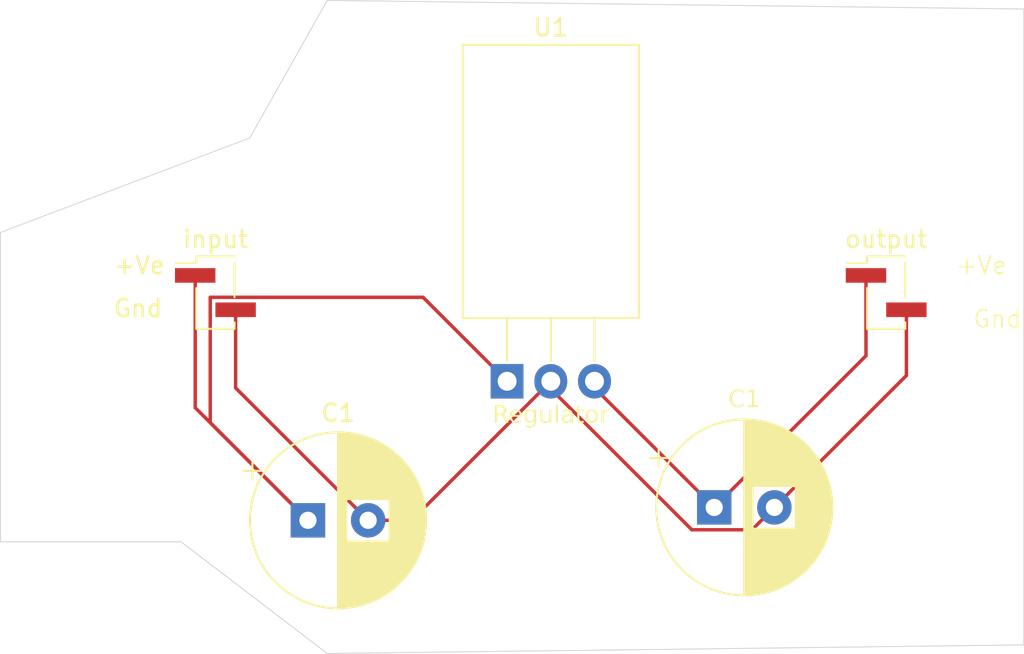
<source format=kicad_pcb>
(kicad_pcb (version 20241229) (generator "pcbnew") (generator_version "9.0")
  (layers (0 "F.Cu" signal) (2 "B.Cu" signal) (13 "F.Paste" user) (15 "B.Paste" user) (5 "F.SilkS" user "F.Silkscreen") (7 "B.SilkS" user "B.Silkscreen") (1 "F.Mask" user) (3 "B.Mask" user) (25 "Edge.Cuts" user))
  (net 0 "")
  (net 1 "Net-(J1-Pin_1)")
  (net 2 "Net-(J1-Pin_2)")
  (net 3 "Net-(J2-Pin_1)")
  (footprint "Connector_PinHeader_2.00mm:PinHeader_1x02_P2.00mm_Vertical_SMD_Pin1Left" (layer "F.Cu") (at 161 54.5)
    (property "Reference" "output" (at 0 -3.11 0) (layer "F.SilkS"))
    (property "Value" "Conn_01x02")
    (fp_line (start -1.11 -2.11) (end -1.11 -1.735) (stroke (width 0.12)) (layer "F.SilkS"))
    (fp_line (start -1.11 -2.11) (end 1.11 -2.11) (stroke (width 0.12)) (layer "F.SilkS"))
    (fp_line (start -1.11 -1.735) (end -2.29 -1.735) (stroke (width 0.12)) (layer "F.SilkS"))
    (fp_line (start -1.11 -0.265) (end -1.11 2.11) (stroke (width 0.12)) (layer "F.SilkS"))
    (fp_line (start -1.11 2.11) (end 1.11 2.11) (stroke (width 0.12)) (layer "F.SilkS"))
    (fp_line (start 1.11 -1.735) (end 1.11 0.265) (stroke (width 0.12)) (layer "F.SilkS"))
    (fp_line (start 1.11 1.735) (end 1.11 2.11) (stroke (width 0.12)) (layer "F.SilkS"))
    (pad "1" smd rect (at -1.175 -1) (size 2.35 0.85) (layers "F.Cu" "F.Mask" "F.Paste") (net 3 "Net-(J2-Pin_1)"))
    (pad "2" smd rect (at 1.175 1) (size 2.35 0.85) (layers "F.Cu" "F.Mask" "F.Paste") (net 2 "Net-(J1-Pin_2)"))
  )
  (footprint "Package_TO_SOT_THT:TO-220-3_Horizontal_TabDown" (layer "F.Cu") (at 138.96 59.66)
    (property "Reference" "U1" (at 2.54 -20.58 0) (layer "F.SilkS"))
    (property "Value" "Regulator" (at 2.54 2 0) (layer "F.SilkS"))
    (fp_line (start -2.58 -19.58) (end -2.58 -3.69) (stroke (width 0.12)) (layer "F.SilkS"))
    (fp_line (start -2.58 -19.58) (end 7.66 -19.58) (stroke (width 0.12)) (layer "F.SilkS"))
    (fp_line (start -2.58 -3.69) (end 7.66 -3.69) (stroke (width 0.12)) (layer "F.SilkS"))
    (fp_line (start 0 -3.69) (end 0 -1.15) (stroke (width 0.12)) (layer "F.SilkS"))
    (fp_line (start 2.54 -3.69) (end 2.54 -1.15) (stroke (width 0.12)) (layer "F.SilkS"))
    (fp_line (start 5.08 -3.69) (end 5.08 -1.15) (stroke (width 0.12)) (layer "F.SilkS"))
    (fp_line (start 7.66 -19.58) (end 7.66 -3.69) (stroke (width 0.12)) (layer "F.SilkS"))
    (pad "" np_thru_hole circle (at 2.54 -16.66) (size 3.5 3.5) (drill 3.5) (layers "*.Cu" "*.Mask"))
    (pad "1" thru_hole rect (at 0 0) (size 1.905 2) (drill 1.1) (layers "*.Cu" "*.Mask") (net 1 "Net-(J1-Pin_1)"))
    (pad "2" thru_hole oval (at 2.54 0) (size 1.905 2) (drill 1.1) (layers "*.Cu" "*.Mask") (net 2 "Net-(J1-Pin_2)"))
    (pad "3" thru_hole oval (at 5.08 0) (size 1.905 2) (drill 1.1) (layers "*.Cu" "*.Mask") (net 3 "Net-(J2-Pin_1)"))
  )
  (footprint "Capacitor_THT:CP_Radial_D10.0mm_P3.50mm" (layer "F.Cu") (at 127.379646 67.75)
    (property "Reference" "C1" (at 1.75 -6.25 0) (layer "F.SilkS"))
    (property "Value" "0.33µF")
    (fp_line (start -3.729646 -2.875) (end -2.729646 -2.875) (stroke (width 0.12)) (layer "F.SilkS"))
    (fp_line (start -3.229646 -3.375) (end -3.229646 -2.375) (stroke (width 0.12)) (layer "F.SilkS"))
    (fp_line (start 1.75 -5.08) (end 1.75 5.08) (stroke (width 0.12)) (layer "F.SilkS"))
    (fp_line (start 1.79 -5.08) (end 1.79 5.08) (stroke (width 0.12)) (layer "F.SilkS"))
    (fp_line (start 1.83 -5.079) (end 1.83 5.079) (stroke (width 0.12)) (layer "F.SilkS"))
    (fp_line (start 1.87 -5.079) (end 1.87 5.079) (stroke (width 0.12)) (layer "F.SilkS"))
    (fp_line (start 1.91 -5.077) (end 1.91 5.077) (stroke (width 0.12)) (layer "F.SilkS"))
    (fp_line (start 1.95 -5.076) (end 1.95 5.076) (stroke (width 0.12)) (layer "F.SilkS"))
    (fp_line (start 1.99 -5.074) (end 1.99 5.074) (stroke (width 0.12)) (layer "F.SilkS"))
    (fp_line (start 2.03 -5.072) (end 2.03 5.072) (stroke (width 0.12)) (layer "F.SilkS"))
    (fp_line (start 2.07 -5.07) (end 2.07 5.07) (stroke (width 0.12)) (layer "F.SilkS"))
    (fp_line (start 2.11 -5.067) (end 2.11 5.067) (stroke (width 0.12)) (layer "F.SilkS"))
    (fp_line (start 2.15 -5.064) (end 2.15 5.064) (stroke (width 0.12)) (layer "F.SilkS"))
    (fp_line (start 2.19 -5.061) (end 2.19 5.061) (stroke (width 0.12)) (layer "F.SilkS"))
    (fp_line (start 2.23 -5.057) (end 2.23 5.057) (stroke (width 0.12)) (layer "F.SilkS"))
    (fp_line (start 2.27 -5.054) (end 2.27 -1.24) (stroke (width 0.12)) (layer "F.SilkS"))
    (fp_line (start 2.27 1.24) (end 2.27 5.054) (stroke (width 0.12)) (layer "F.SilkS"))
    (fp_line (start 2.31 -5.049) (end 2.31 -1.24) (stroke (width 0.12)) (layer "F.SilkS"))
    (fp_line (start 2.31 1.24) (end 2.31 5.049) (stroke (width 0.12)) (layer "F.SilkS"))
    (fp_line (start 2.35 -5.045) (end 2.35 -1.24) (stroke (width 0.12)) (layer "F.SilkS"))
    (fp_line (start 2.35 1.24) (end 2.35 5.045) (stroke (width 0.12)) (layer "F.SilkS"))
    (fp_line (start 2.39 -5.04) (end 2.39 -1.24) (stroke (width 0.12)) (layer "F.SilkS"))
    (fp_line (start 2.39 1.24) (end 2.39 5.04) (stroke (width 0.12)) (layer "F.SilkS"))
    (fp_line (start 2.43 -5.035) (end 2.43 -1.24) (stroke (width 0.12)) (layer "F.SilkS"))
    (fp_line (start 2.43 1.24) (end 2.43 5.035) (stroke (width 0.12)) (layer "F.SilkS"))
    (fp_line (start 2.47 -5.029) (end 2.47 -1.24) (stroke (width 0.12)) (layer "F.SilkS"))
    (fp_line (start 2.47 1.24) (end 2.47 5.029) (stroke (width 0.12)) (layer "F.SilkS"))
    (fp_line (start 2.51 -5.023) (end 2.51 -1.24) (stroke (width 0.12)) (layer "F.SilkS"))
    (fp_line (start 2.51 1.24) (end 2.51 5.023) (stroke (width 0.12)) (layer "F.SilkS"))
    (fp_line (start 2.55 -5.017) (end 2.55 -1.24) (stroke (width 0.12)) (layer "F.SilkS"))
    (fp_line (start 2.55 1.24) (end 2.55 5.017) (stroke (width 0.12)) (layer "F.SilkS"))
    (fp_line (start 2.59 -5.011) (end 2.59 -1.24) (stroke (width 0.12)) (layer "F.SilkS"))
    (fp_line (start 2.59 1.24) (end 2.59 5.011) (stroke (width 0.12)) (layer "F.SilkS"))
    (fp_line (start 2.63 -5.004) (end 2.63 -1.24) (stroke (width 0.12)) (layer "F.SilkS"))
    (fp_line (start 2.63 1.24) (end 2.63 5.004) (stroke (width 0.12)) (layer "F.SilkS"))
    (fp_line (start 2.67 -4.997) (end 2.67 -1.24) (stroke (width 0.12)) (layer "F.SilkS"))
    (fp_line (start 2.67 1.24) (end 2.67 4.997) (stroke (width 0.12)) (layer "F.SilkS"))
    (fp_line (start 2.71 -4.989) (end 2.71 -1.24) (stroke (width 0.12)) (layer "F.SilkS"))
    (fp_line (start 2.71 1.24) (end 2.71 4.989) (stroke (width 0.12)) (layer "F.SilkS"))
    (fp_line (start 2.75 -4.981) (end 2.75 -1.24) (stroke (width 0.12)) (layer "F.SilkS"))
    (fp_line (start 2.75 1.24) (end 2.75 4.981) (stroke (width 0.12)) (layer "F.SilkS"))
    (fp_line (start 2.79 -4.973) (end 2.79 -1.24) (stroke (width 0.12)) (layer "F.SilkS"))
    (fp_line (start 2.79 1.24) (end 2.79 4.973) (stroke (width 0.12)) (layer "F.SilkS"))
    (fp_line (start 2.83 -4.965) (end 2.83 -1.24) (stroke (width 0.12)) (layer "F.SilkS"))
    (fp_line (start 2.83 1.24) (end 2.83 4.965) (stroke (width 0.12)) (layer "F.SilkS"))
    (fp_line (start 2.87 -4.956) (end 2.87 -1.24) (stroke (width 0.12)) (layer "F.SilkS"))
    (fp_line (start 2.87 1.24) (end 2.87 4.956) (stroke (width 0.12)) (layer "F.SilkS"))
    (fp_line (start 2.91 -4.947) (end 2.91 -1.24) (stroke (width 0.12)) (layer "F.SilkS"))
    (fp_line (start 2.91 1.24) (end 2.91 4.947) (stroke (width 0.12)) (layer "F.SilkS"))
    (fp_line (start 2.95 -4.937) (end 2.95 -1.24) (stroke (width 0.12)) (layer "F.SilkS"))
    (fp_line (start 2.95 1.24) (end 2.95 4.937) (stroke (width 0.12)) (layer "F.SilkS"))
    (fp_line (start 2.99 -4.928) (end 2.99 -1.24) (stroke (width 0.12)) (layer "F.SilkS"))
    (fp_line (start 2.99 1.24) (end 2.99 4.928) (stroke (width 0.12)) (layer "F.SilkS"))
    (fp_line (start 3.03 -4.917) (end 3.03 -1.24) (stroke (width 0.12)) (layer "F.SilkS"))
    (fp_line (start 3.03 1.24) (end 3.03 4.917) (stroke (width 0.12)) (layer "F.SilkS"))
    (fp_line (start 3.07 -4.907) (end 3.07 -1.24) (stroke (width 0.12)) (layer "F.SilkS"))
    (fp_line (start 3.07 1.24) (end 3.07 4.907) (stroke (width 0.12)) (layer "F.SilkS"))
    (fp_line (start 3.11 -4.896) (end 3.11 -1.24) (stroke (width 0.12)) (layer "F.SilkS"))
    (fp_line (start 3.11 1.24) (end 3.11 4.896) (stroke (width 0.12)) (layer "F.SilkS"))
    (fp_line (start 3.15 -4.885) (end 3.15 -1.24) (stroke (width 0.12)) (layer "F.SilkS"))
    (fp_line (start 3.15 1.24) (end 3.15 4.885) (stroke (width 0.12)) (layer "F.SilkS"))
    (fp_line (start 3.19 -4.873) (end 3.19 -1.24) (stroke (width 0.12)) (layer "F.SilkS"))
    (fp_line (start 3.19 1.24) (end 3.19 4.873) (stroke (width 0.12)) (layer "F.SilkS"))
    (fp_line (start 3.23 -4.861) (end 3.23 -1.24) (stroke (width 0.12)) (layer "F.SilkS"))
    (fp_line (start 3.23 1.24) (end 3.23 4.861) (stroke (width 0.12)) (layer "F.SilkS"))
    (fp_line (start 3.27 -4.849) (end 3.27 -1.24) (stroke (width 0.12)) (layer "F.SilkS"))
    (fp_line (start 3.27 1.24) (end 3.27 4.849) (stroke (width 0.12)) (layer "F.SilkS"))
    (fp_line (start 3.31 -4.837) (end 3.31 -1.24) (stroke (width 0.12)) (layer "F.SilkS"))
    (fp_line (start 3.31 1.24) (end 3.31 4.837) (stroke (width 0.12)) (layer "F.SilkS"))
    (fp_line (start 3.35 -4.824) (end 3.35 -1.24) (stroke (width 0.12)) (layer "F.SilkS"))
    (fp_line (start 3.35 1.24) (end 3.35 4.824) (stroke (width 0.12)) (layer "F.SilkS"))
    (fp_line (start 3.39 -4.81) (end 3.39 -1.24) (stroke (width 0.12)) (layer "F.SilkS"))
    (fp_line (start 3.39 1.24) (end 3.39 4.81) (stroke (width 0.12)) (layer "F.SilkS"))
    (fp_line (start 3.43 -4.797) (end 3.43 -1.24) (stroke (width 0.12)) (layer "F.SilkS"))
    (fp_line (start 3.43 1.24) (end 3.43 4.797) (stroke (width 0.12)) (layer "F.SilkS"))
    (fp_line (start 3.47 -4.782) (end 3.47 -1.24) (stroke (width 0.12)) (layer "F.SilkS"))
    (fp_line (start 3.47 1.24) (end 3.47 4.782) (stroke (width 0.12)) (layer "F.SilkS"))
    (fp_line (start 3.51 -4.768) (end 3.51 -1.24) (stroke (width 0.12)) (layer "F.SilkS"))
    (fp_line (start 3.51 1.24) (end 3.51 4.768) (stroke (width 0.12)) (layer "F.SilkS"))
    (fp_line (start 3.55 -4.753) (end 3.55 -1.24) (stroke (width 0.12)) (layer "F.SilkS"))
    (fp_line (start 3.55 1.24) (end 3.55 4.753) (stroke (width 0.12)) (layer "F.SilkS"))
    (fp_line (start 3.59 -4.738) (end 3.59 -1.24) (stroke (width 0.12)) (layer "F.SilkS"))
    (fp_line (start 3.59 1.24) (end 3.59 4.738) (stroke (width 0.12)) (layer "F.SilkS"))
    (fp_line (start 3.63 -4.722) (end 3.63 -1.24) (stroke (width 0.12)) (layer "F.SilkS"))
    (fp_line (start 3.63 1.24) (end 3.63 4.722) (stroke (width 0.12)) (layer "F.SilkS"))
    (fp_line (start 3.67 -4.706) (end 3.67 -1.24) (stroke (width 0.12)) (layer "F.SilkS"))
    (fp_line (start 3.67 1.24) (end 3.67 4.706) (stroke (width 0.12)) (layer "F.SilkS"))
    (fp_line (start 3.71 -4.69) (end 3.71 -1.24) (stroke (width 0.12)) (layer "F.SilkS"))
    (fp_line (start 3.71 1.24) (end 3.71 4.69) (stroke (width 0.12)) (layer "F.SilkS"))
    (fp_line (start 3.75 -4.673) (end 3.75 -1.24) (stroke (width 0.12)) (layer "F.SilkS"))
    (fp_line (start 3.75 1.24) (end 3.75 4.673) (stroke (width 0.12)) (layer "F.SilkS"))
    (fp_line (start 3.79 -4.656) (end 3.79 -1.24) (stroke (width 0.12)) (layer "F.SilkS"))
    (fp_line (start 3.79 1.24) (end 3.79 4.656) (stroke (width 0.12)) (layer "F.SilkS"))
    (fp_line (start 3.83 -4.638) (end 3.83 -1.24) (stroke (width 0.12)) (layer "F.SilkS"))
    (fp_line (start 3.83 1.24) (end 3.83 4.638) (stroke (width 0.12)) (layer "F.SilkS"))
    (fp_line (start 3.87 -4.62) (end 3.87 -1.24) (stroke (width 0.12)) (layer "F.SilkS"))
    (fp_line (start 3.87 1.24) (end 3.87 4.62) (stroke (width 0.12)) (layer "F.SilkS"))
    (fp_line (start 3.91 -4.602) (end 3.91 -1.24) (stroke (width 0.12)) (layer "F.SilkS"))
    (fp_line (start 3.91 1.24) (end 3.91 4.602) (stroke (width 0.12)) (layer "F.SilkS"))
    (fp_line (start 3.95 -4.583) (end 3.95 -1.24) (stroke (width 0.12)) (layer "F.SilkS"))
    (fp_line (start 3.95 1.24) (end 3.95 4.583) (stroke (width 0.12)) (layer "F.SilkS"))
    (fp_line (start 3.99 -4.564) (end 3.99 -1.24) (stroke (width 0.12)) (layer "F.SilkS"))
    (fp_line (start 3.99 1.24) (end 3.99 4.564) (stroke (width 0.12)) (layer "F.SilkS"))
    (fp_line (start 4.03 -4.544) (end 4.03 -1.24) (stroke (width 0.12)) (layer "F.SilkS"))
    (fp_line (start 4.03 1.24) (end 4.03 4.544) (stroke (width 0.12)) (layer "F.SilkS"))
    (fp_line (start 4.07 -4.524) (end 4.07 -1.24) (stroke (width 0.12)) (layer "F.SilkS"))
    (fp_line (start 4.07 1.24) (end 4.07 4.524) (stroke (width 0.12)) (layer "F.SilkS"))
    (fp_line (start 4.11 -4.504) (end 4.11 -1.24) (stroke (width 0.12)) (layer "F.SilkS"))
    (fp_line (start 4.11 1.24) (end 4.11 4.504) (stroke (width 0.12)) (layer "F.SilkS"))
    (fp_line (start 4.15 -4.483) (end 4.15 -1.24) (stroke (width 0.12)) (layer "F.SilkS"))
    (fp_line (start 4.15 1.24) (end 4.15 4.483) (stroke (width 0.12)) (layer "F.SilkS"))
    (fp_line (start 4.19 -4.461) (end 4.19 -1.24) (stroke (width 0.12)) (layer "F.SilkS"))
    (fp_line (start 4.19 1.24) (end 4.19 4.461) (stroke (width 0.12)) (layer "F.SilkS"))
    (fp_line (start 4.23 -4.439) (end 4.23 -1.24) (stroke (width 0.12)) (layer "F.SilkS"))
    (fp_line (start 4.23 1.24) (end 4.23 4.439) (stroke (width 0.12)) (layer "F.SilkS"))
    (fp_line (start 4.27 -4.417) (end 4.27 -1.24) (stroke (width 0.12)) (layer "F.SilkS"))
    (fp_line (start 4.27 1.24) (end 4.27 4.417) (stroke (width 0.12)) (layer "F.SilkS"))
    (fp_line (start 4.31 -4.394) (end 4.31 -1.24) (stroke (width 0.12)) (layer "F.SilkS"))
    (fp_line (start 4.31 1.24) (end 4.31 4.394) (stroke (width 0.12)) (layer "F.SilkS"))
    (fp_line (start 4.35 -4.371) (end 4.35 -1.24) (stroke (width 0.12)) (layer "F.SilkS"))
    (fp_line (start 4.35 1.24) (end 4.35 4.371) (stroke (width 0.12)) (layer "F.SilkS"))
    (fp_line (start 4.39 -4.347) (end 4.39 -1.24) (stroke (width 0.12)) (layer "F.SilkS"))
    (fp_line (start 4.39 1.24) (end 4.39 4.347) (stroke (width 0.12)) (layer "F.SilkS"))
    (fp_line (start 4.43 -4.323) (end 4.43 -1.24) (stroke (width 0.12)) (layer "F.SilkS"))
    (fp_line (start 4.43 1.24) (end 4.43 4.323) (stroke (width 0.12)) (layer "F.SilkS"))
    (fp_line (start 4.47 -4.298) (end 4.47 -1.24) (stroke (width 0.12)) (layer "F.SilkS"))
    (fp_line (start 4.47 1.24) (end 4.47 4.298) (stroke (width 0.12)) (layer "F.SilkS"))
    (fp_line (start 4.51 -4.272) (end 4.51 -1.24) (stroke (width 0.12)) (layer "F.SilkS"))
    (fp_line (start 4.51 1.24) (end 4.51 4.272) (stroke (width 0.12)) (layer "F.SilkS"))
    (fp_line (start 4.55 -4.247) (end 4.55 -1.24) (stroke (width 0.12)) (layer "F.SilkS"))
    (fp_line (start 4.55 1.24) (end 4.55 4.247) (stroke (width 0.12)) (layer "F.SilkS"))
    (fp_line (start 4.59 -4.22) (end 4.59 -1.24) (stroke (width 0.12)) (layer "F.SilkS"))
    (fp_line (start 4.59 1.24) (end 4.59 4.22) (stroke (width 0.12)) (layer "F.SilkS"))
    (fp_line (start 4.63 -4.193) (end 4.63 -1.24) (stroke (width 0.12)) (layer "F.SilkS"))
    (fp_line (start 4.63 1.24) (end 4.63 4.193) (stroke (width 0.12)) (layer "F.SilkS"))
    (fp_line (start 4.67 -4.166) (end 4.67 -1.24) (stroke (width 0.12)) (layer "F.SilkS"))
    (fp_line (start 4.67 1.24) (end 4.67 4.166) (stroke (width 0.12)) (layer "F.SilkS"))
    (fp_line (start 4.71 -4.138) (end 4.71 -1.24) (stroke (width 0.12)) (layer "F.SilkS"))
    (fp_line (start 4.71 1.24) (end 4.71 4.138) (stroke (width 0.12)) (layer "F.SilkS"))
    (fp_line (start 4.75 -4.109) (end 4.75 4.109) (stroke (width 0.12)) (layer "F.SilkS"))
    (fp_line (start 4.79 -4.08) (end 4.79 4.08) (stroke (width 0.12)) (layer "F.SilkS"))
    (fp_line (start 4.83 -4.05) (end 4.83 4.05) (stroke (width 0.12)) (layer "F.SilkS"))
    (fp_line (start 4.87 -4.02) (end 4.87 4.02) (stroke (width 0.12)) (layer "F.SilkS"))
    (fp_line (start 4.91 -3.988) (end 4.91 3.988) (stroke (width 0.12)) (layer "F.SilkS"))
    (fp_line (start 4.95 -3.957) (end 4.95 3.957) (stroke (width 0.12)) (layer "F.SilkS"))
    (fp_line (start 4.99 -3.924) (end 4.99 3.924) (stroke (width 0.12)) (layer "F.SilkS"))
    (fp_line (start 5.03 -3.891) (end 5.03 3.891) (stroke (width 0.12)) (layer "F.SilkS"))
    (fp_line (start 5.07 -3.858) (end 5.07 3.858) (stroke (width 0.12)) (layer "F.SilkS"))
    (fp_line (start 5.11 -3.823) (end 5.11 3.823) (stroke (width 0.12)) (layer "F.SilkS"))
    (fp_line (start 5.15 -3.788) (end 5.15 3.788) (stroke (width 0.12)) (layer "F.SilkS"))
    (fp_line (start 5.19 -3.752) (end 5.19 3.752) (stroke (width 0.12)) (layer "F.SilkS"))
    (fp_line (start 5.23 -3.716) (end 5.23 3.716) (stroke (width 0.12)) (layer "F.SilkS"))
    (fp_line (start 5.27 -3.678) (end 5.27 3.678) (stroke (width 0.12)) (layer "F.SilkS"))
    (fp_line (start 5.31 -3.64) (end 5.31 3.64) (stroke (width 0.12)) (layer "F.SilkS"))
    (fp_line (start 5.35 -3.601) (end 5.35 3.601) (stroke (width 0.12)) (layer "F.SilkS"))
    (fp_line (start 5.39 -3.561) (end 5.39 3.561) (stroke (width 0.12)) (layer "F.SilkS"))
    (fp_line (start 5.43 -3.52) (end 5.43 3.52) (stroke (width 0.12)) (layer "F.SilkS"))
    (fp_line (start 5.47 -3.478) (end 5.47 3.478) (stroke (width 0.12)) (layer "F.SilkS"))
    (fp_line (start 5.51 -3.435) (end 5.51 3.435) (stroke (width 0.12)) (layer "F.SilkS"))
    (fp_line (start 5.55 -3.391) (end 5.55 3.391) (stroke (width 0.12)) (layer "F.SilkS"))
    (fp_line (start 5.59 -3.347) (end 5.59 3.347) (stroke (width 0.12)) (layer "F.SilkS"))
    (fp_line (start 5.63 -3.301) (end 5.63 3.301) (stroke (width 0.12)) (layer "F.SilkS"))
    (fp_line (start 5.67 -3.254) (end 5.67 3.254) (stroke (width 0.12)) (layer "F.SilkS"))
    (fp_line (start 5.71 -3.205) (end 5.71 3.205) (stroke (width 0.12)) (layer "F.SilkS"))
    (fp_line (start 5.75 -3.156) (end 5.75 3.156) (stroke (width 0.12)) (layer "F.SilkS"))
    (fp_line (start 5.79 -3.105) (end 5.79 3.105) (stroke (width 0.12)) (layer "F.SilkS"))
    (fp_line (start 5.83 -3.053) (end 5.83 3.053) (stroke (width 0.12)) (layer "F.SilkS"))
    (fp_line (start 5.87 -3) (end 5.87 3) (stroke (width 0.12)) (layer "F.SilkS"))
    (fp_line (start 5.91 -2.945) (end 5.91 2.945) (stroke (width 0.12)) (layer "F.SilkS"))
    (fp_line (start 5.95 -2.888) (end 5.95 2.888) (stroke (width 0.12)) (layer "F.SilkS"))
    (fp_line (start 5.99 -2.83) (end 5.99 2.83) (stroke (width 0.12)) (layer "F.SilkS"))
    (fp_line (start 6.03 -2.77) (end 6.03 2.77) (stroke (width 0.12)) (layer "F.SilkS"))
    (fp_line (start 6.07 -2.708) (end 6.07 2.708) (stroke (width 0.12)) (layer "F.SilkS"))
    (fp_line (start 6.11 -2.644) (end 6.11 2.644) (stroke (width 0.12)) (layer "F.SilkS"))
    (fp_line (start 6.15 -2.578) (end 6.15 2.578) (stroke (width 0.12)) (layer "F.SilkS"))
    (fp_line (start 6.19 -2.51) (end 6.19 2.51) (stroke (width 0.12)) (layer "F.SilkS"))
    (fp_line (start 6.23 -2.439) (end 6.23 2.439) (stroke (width 0.12)) (layer "F.SilkS"))
    (fp_line (start 6.27 -2.365) (end 6.27 2.365) (stroke (width 0.12)) (layer "F.SilkS"))
    (fp_line (start 6.31 -2.288) (end 6.31 2.288) (stroke (width 0.12)) (layer "F.SilkS"))
    (fp_line (start 6.35 -2.208) (end 6.35 2.208) (stroke (width 0.12)) (layer "F.SilkS"))
    (fp_line (start 6.39 -2.124) (end 6.39 2.124) (stroke (width 0.12)) (layer "F.SilkS"))
    (fp_line (start 6.43 -2.037) (end 6.43 2.037) (stroke (width 0.12)) (layer "F.SilkS"))
    (fp_line (start 6.47 -1.944) (end 6.47 1.944) (stroke (width 0.12)) (layer "F.SilkS"))
    (fp_line (start 6.51 -1.846) (end 6.51 1.846) (stroke (width 0.12)) (layer "F.SilkS"))
    (fp_line (start 6.55 -1.742) (end 6.55 1.742) (stroke (width 0.12)) (layer "F.SilkS"))
    (fp_line (start 6.59 -1.63) (end 6.59 1.63) (stroke (width 0.12)) (layer "F.SilkS"))
    (fp_line (start 6.63 -1.509) (end 6.63 1.509) (stroke (width 0.12)) (layer "F.SilkS"))
    (fp_line (start 6.67 -1.377) (end 6.67 1.377) (stroke (width 0.12)) (layer "F.SilkS"))
    (fp_line (start 6.71 -1.23) (end 6.71 1.23) (stroke (width 0.12)) (layer "F.SilkS"))
    (fp_line (start 6.75 -1.062) (end 6.75 1.062) (stroke (width 0.12)) (layer "F.SilkS"))
    (fp_line (start 6.79 -0.862) (end 6.79 0.862) (stroke (width 0.12)) (layer "F.SilkS"))
    (fp_line (start 6.83 -0.599) (end 6.83 0.599) (stroke (width 0.12)) (layer "F.SilkS"))
    (fp_circle (center 1.75 0) (end 6.87 0) (stroke (width 0.12)) (fill no) (layer "F.SilkS"))
    (pad "1" thru_hole rect (at 0 0) (size 2 2) (drill 1) (layers "*.Cu" "*.Mask") (net 1 "Net-(J1-Pin_1)"))
    (pad "2" thru_hole circle (at 3.5 0) (size 2 2) (drill 1) (layers "*.Cu" "*.Mask") (net 2 "Net-(J1-Pin_2)"))
  )
  (footprint "Capacitor_THT:CP_Radial_D10.0mm_P3.50mm" (layer "F.Cu") (at 151 67)
    (property "Reference" "C1" (at 1.75 -6.25 0) (layer "F.SilkS"))
    (property "Value" "0.33µF")
    (fp_line (start -3.729646 -2.875) (end -2.729646 -2.875) (stroke (width 0.12)) (layer "F.SilkS"))
    (fp_line (start -3.229646 -3.375) (end -3.229646 -2.375) (stroke (width 0.12)) (layer "F.SilkS"))
    (fp_line (start 1.75 -5.08) (end 1.75 5.08) (stroke (width 0.12)) (layer "F.SilkS"))
    (fp_line (start 1.79 -5.08) (end 1.79 5.08) (stroke (width 0.12)) (layer "F.SilkS"))
    (fp_line (start 1.83 -5.079) (end 1.83 5.079) (stroke (width 0.12)) (layer "F.SilkS"))
    (fp_line (start 1.87 -5.079) (end 1.87 5.079) (stroke (width 0.12)) (layer "F.SilkS"))
    (fp_line (start 1.91 -5.077) (end 1.91 5.077) (stroke (width 0.12)) (layer "F.SilkS"))
    (fp_line (start 1.95 -5.076) (end 1.95 5.076) (stroke (width 0.12)) (layer "F.SilkS"))
    (fp_line (start 1.99 -5.074) (end 1.99 5.074) (stroke (width 0.12)) (layer "F.SilkS"))
    (fp_line (start 2.03 -5.072) (end 2.03 5.072) (stroke (width 0.12)) (layer "F.SilkS"))
    (fp_line (start 2.07 -5.07) (end 2.07 5.07) (stroke (width 0.12)) (layer "F.SilkS"))
    (fp_line (start 2.11 -5.067) (end 2.11 5.067) (stroke (width 0.12)) (layer "F.SilkS"))
    (fp_line (start 2.15 -5.064) (end 2.15 5.064) (stroke (width 0.12)) (layer "F.SilkS"))
    (fp_line (start 2.19 -5.061) (end 2.19 5.061) (stroke (width 0.12)) (layer "F.SilkS"))
    (fp_line (start 2.23 -5.057) (end 2.23 5.057) (stroke (width 0.12)) (layer "F.SilkS"))
    (fp_line (start 2.27 -5.054) (end 2.27 -1.24) (stroke (width 0.12)) (layer "F.SilkS"))
    (fp_line (start 2.27 1.24) (end 2.27 5.054) (stroke (width 0.12)) (layer "F.SilkS"))
    (fp_line (start 2.31 -5.049) (end 2.31 -1.24) (stroke (width 0.12)) (layer "F.SilkS"))
    (fp_line (start 2.31 1.24) (end 2.31 5.049) (stroke (width 0.12)) (layer "F.SilkS"))
    (fp_line (start 2.35 -5.045) (end 2.35 -1.24) (stroke (width 0.12)) (layer "F.SilkS"))
    (fp_line (start 2.35 1.24) (end 2.35 5.045) (stroke (width 0.12)) (layer "F.SilkS"))
    (fp_line (start 2.39 -5.04) (end 2.39 -1.24) (stroke (width 0.12)) (layer "F.SilkS"))
    (fp_line (start 2.39 1.24) (end 2.39 5.04) (stroke (width 0.12)) (layer "F.SilkS"))
    (fp_line (start 2.43 -5.035) (end 2.43 -1.24) (stroke (width 0.12)) (layer "F.SilkS"))
    (fp_line (start 2.43 1.24) (end 2.43 5.035) (stroke (width 0.12)) (layer "F.SilkS"))
    (fp_line (start 2.47 -5.029) (end 2.47 -1.24) (stroke (width 0.12)) (layer "F.SilkS"))
    (fp_line (start 2.47 1.24) (end 2.47 5.029) (stroke (width 0.12)) (layer "F.SilkS"))
    (fp_line (start 2.51 -5.023) (end 2.51 -1.24) (stroke (width 0.12)) (layer "F.SilkS"))
    (fp_line (start 2.51 1.24) (end 2.51 5.023) (stroke (width 0.12)) (layer "F.SilkS"))
    (fp_line (start 2.55 -5.017) (end 2.55 -1.24) (stroke (width 0.12)) (layer "F.SilkS"))
    (fp_line (start 2.55 1.24) (end 2.55 5.017) (stroke (width 0.12)) (layer "F.SilkS"))
    (fp_line (start 2.59 -5.011) (end 2.59 -1.24) (stroke (width 0.12)) (layer "F.SilkS"))
    (fp_line (start 2.59 1.24) (end 2.59 5.011) (stroke (width 0.12)) (layer "F.SilkS"))
    (fp_line (start 2.63 -5.004) (end 2.63 -1.24) (stroke (width 0.12)) (layer "F.SilkS"))
    (fp_line (start 2.63 1.24) (end 2.63 5.004) (stroke (width 0.12)) (layer "F.SilkS"))
    (fp_line (start 2.67 -4.997) (end 2.67 -1.24) (stroke (width 0.12)) (layer "F.SilkS"))
    (fp_line (start 2.67 1.24) (end 2.67 4.997) (stroke (width 0.12)) (layer "F.SilkS"))
    (fp_line (start 2.71 -4.989) (end 2.71 -1.24) (stroke (width 0.12)) (layer "F.SilkS"))
    (fp_line (start 2.71 1.24) (end 2.71 4.989) (stroke (width 0.12)) (layer "F.SilkS"))
    (fp_line (start 2.75 -4.981) (end 2.75 -1.24) (stroke (width 0.12)) (layer "F.SilkS"))
    (fp_line (start 2.75 1.24) (end 2.75 4.981) (stroke (width 0.12)) (layer "F.SilkS"))
    (fp_line (start 2.79 -4.973) (end 2.79 -1.24) (stroke (width 0.12)) (layer "F.SilkS"))
    (fp_line (start 2.79 1.24) (end 2.79 4.973) (stroke (width 0.12)) (layer "F.SilkS"))
    (fp_line (start 2.83 -4.965) (end 2.83 -1.24) (stroke (width 0.12)) (layer "F.SilkS"))
    (fp_line (start 2.83 1.24) (end 2.83 4.965) (stroke (width 0.12)) (layer "F.SilkS"))
    (fp_line (start 2.87 -4.956) (end 2.87 -1.24) (stroke (width 0.12)) (layer "F.SilkS"))
    (fp_line (start 2.87 1.24) (end 2.87 4.956) (stroke (width 0.12)) (layer "F.SilkS"))
    (fp_line (start 2.91 -4.947) (end 2.91 -1.24) (stroke (width 0.12)) (layer "F.SilkS"))
    (fp_line (start 2.91 1.24) (end 2.91 4.947) (stroke (width 0.12)) (layer "F.SilkS"))
    (fp_line (start 2.95 -4.937) (end 2.95 -1.24) (stroke (width 0.12)) (layer "F.SilkS"))
    (fp_line (start 2.95 1.24) (end 2.95 4.937) (stroke (width 0.12)) (layer "F.SilkS"))
    (fp_line (start 2.99 -4.928) (end 2.99 -1.24) (stroke (width 0.12)) (layer "F.SilkS"))
    (fp_line (start 2.99 1.24) (end 2.99 4.928) (stroke (width 0.12)) (layer "F.SilkS"))
    (fp_line (start 3.03 -4.917) (end 3.03 -1.24) (stroke (width 0.12)) (layer "F.SilkS"))
    (fp_line (start 3.03 1.24) (end 3.03 4.917) (stroke (width 0.12)) (layer "F.SilkS"))
    (fp_line (start 3.07 -4.907) (end 3.07 -1.24) (stroke (width 0.12)) (layer "F.SilkS"))
    (fp_line (start 3.07 1.24) (end 3.07 4.907) (stroke (width 0.12)) (layer "F.SilkS"))
    (fp_line (start 3.11 -4.896) (end 3.11 -1.24) (stroke (width 0.12)) (layer "F.SilkS"))
    (fp_line (start 3.11 1.24) (end 3.11 4.896) (stroke (width 0.12)) (layer "F.SilkS"))
    (fp_line (start 3.15 -4.885) (end 3.15 -1.24) (stroke (width 0.12)) (layer "F.SilkS"))
    (fp_line (start 3.15 1.24) (end 3.15 4.885) (stroke (width 0.12)) (layer "F.SilkS"))
    (fp_line (start 3.19 -4.873) (end 3.19 -1.24) (stroke (width 0.12)) (layer "F.SilkS"))
    (fp_line (start 3.19 1.24) (end 3.19 4.873) (stroke (width 0.12)) (layer "F.SilkS"))
    (fp_line (start 3.23 -4.861) (end 3.23 -1.24) (stroke (width 0.12)) (layer "F.SilkS"))
    (fp_line (start 3.23 1.24) (end 3.23 4.861) (stroke (width 0.12)) (layer "F.SilkS"))
    (fp_line (start 3.27 -4.849) (end 3.27 -1.24) (stroke (width 0.12)) (layer "F.SilkS"))
    (fp_line (start 3.27 1.24) (end 3.27 4.849) (stroke (width 0.12)) (layer "F.SilkS"))
    (fp_line (start 3.31 -4.837) (end 3.31 -1.24) (stroke (width 0.12)) (layer "F.SilkS"))
    (fp_line (start 3.31 1.24) (end 3.31 4.837) (stroke (width 0.12)) (layer "F.SilkS"))
    (fp_line (start 3.35 -4.824) (end 3.35 -1.24) (stroke (width 0.12)) (layer "F.SilkS"))
    (fp_line (start 3.35 1.24) (end 3.35 4.824) (stroke (width 0.12)) (layer "F.SilkS"))
    (fp_line (start 3.39 -4.81) (end 3.39 -1.24) (stroke (width 0.12)) (layer "F.SilkS"))
    (fp_line (start 3.39 1.24) (end 3.39 4.81) (stroke (width 0.12)) (layer "F.SilkS"))
    (fp_line (start 3.43 -4.797) (end 3.43 -1.24) (stroke (width 0.12)) (layer "F.SilkS"))
    (fp_line (start 3.43 1.24) (end 3.43 4.797) (stroke (width 0.12)) (layer "F.SilkS"))
    (fp_line (start 3.47 -4.782) (end 3.47 -1.24) (stroke (width 0.12)) (layer "F.SilkS"))
    (fp_line (start 3.47 1.24) (end 3.47 4.782) (stroke (width 0.12)) (layer "F.SilkS"))
    (fp_line (start 3.51 -4.768) (end 3.51 -1.24) (stroke (width 0.12)) (layer "F.SilkS"))
    (fp_line (start 3.51 1.24) (end 3.51 4.768) (stroke (width 0.12)) (layer "F.SilkS"))
    (fp_line (start 3.55 -4.753) (end 3.55 -1.24) (stroke (width 0.12)) (layer "F.SilkS"))
    (fp_line (start 3.55 1.24) (end 3.55 4.753) (stroke (width 0.12)) (layer "F.SilkS"))
    (fp_line (start 3.59 -4.738) (end 3.59 -1.24) (stroke (width 0.12)) (layer "F.SilkS"))
    (fp_line (start 3.59 1.24) (end 3.59 4.738) (stroke (width 0.12)) (layer "F.SilkS"))
    (fp_line (start 3.63 -4.722) (end 3.63 -1.24) (stroke (width 0.12)) (layer "F.SilkS"))
    (fp_line (start 3.63 1.24) (end 3.63 4.722) (stroke (width 0.12)) (layer "F.SilkS"))
    (fp_line (start 3.67 -4.706) (end 3.67 -1.24) (stroke (width 0.12)) (layer "F.SilkS"))
    (fp_line (start 3.67 1.24) (end 3.67 4.706) (stroke (width 0.12)) (layer "F.SilkS"))
    (fp_line (start 3.71 -4.69) (end 3.71 -1.24) (stroke (width 0.12)) (layer "F.SilkS"))
    (fp_line (start 3.71 1.24) (end 3.71 4.69) (stroke (width 0.12)) (layer "F.SilkS"))
    (fp_line (start 3.75 -4.673) (end 3.75 -1.24) (stroke (width 0.12)) (layer "F.SilkS"))
    (fp_line (start 3.75 1.24) (end 3.75 4.673) (stroke (width 0.12)) (layer "F.SilkS"))
    (fp_line (start 3.79 -4.656) (end 3.79 -1.24) (stroke (width 0.12)) (layer "F.SilkS"))
    (fp_line (start 3.79 1.24) (end 3.79 4.656) (stroke (width 0.12)) (layer "F.SilkS"))
    (fp_line (start 3.83 -4.638) (end 3.83 -1.24) (stroke (width 0.12)) (layer "F.SilkS"))
    (fp_line (start 3.83 1.24) (end 3.83 4.638) (stroke (width 0.12)) (layer "F.SilkS"))
    (fp_line (start 3.87 -4.62) (end 3.87 -1.24) (stroke (width 0.12)) (layer "F.SilkS"))
    (fp_line (start 3.87 1.24) (end 3.87 4.62) (stroke (width 0.12)) (layer "F.SilkS"))
    (fp_line (start 3.91 -4.602) (end 3.91 -1.24) (stroke (width 0.12)) (layer "F.SilkS"))
    (fp_line (start 3.91 1.24) (end 3.91 4.602) (stroke (width 0.12)) (layer "F.SilkS"))
    (fp_line (start 3.95 -4.583) (end 3.95 -1.24) (stroke (width 0.12)) (layer "F.SilkS"))
    (fp_line (start 3.95 1.24) (end 3.95 4.583) (stroke (width 0.12)) (layer "F.SilkS"))
    (fp_line (start 3.99 -4.564) (end 3.99 -1.24) (stroke (width 0.12)) (layer "F.SilkS"))
    (fp_line (start 3.99 1.24) (end 3.99 4.564) (stroke (width 0.12)) (layer "F.SilkS"))
    (fp_line (start 4.03 -4.544) (end 4.03 -1.24) (stroke (width 0.12)) (layer "F.SilkS"))
    (fp_line (start 4.03 1.24) (end 4.03 4.544) (stroke (width 0.12)) (layer "F.SilkS"))
    (fp_line (start 4.07 -4.524) (end 4.07 -1.24) (stroke (width 0.12)) (layer "F.SilkS"))
    (fp_line (start 4.07 1.24) (end 4.07 4.524) (stroke (width 0.12)) (layer "F.SilkS"))
    (fp_line (start 4.11 -4.504) (end 4.11 -1.24) (stroke (width 0.12)) (layer "F.SilkS"))
    (fp_line (start 4.11 1.24) (end 4.11 4.504) (stroke (width 0.12)) (layer "F.SilkS"))
    (fp_line (start 4.15 -4.483) (end 4.15 -1.24) (stroke (width 0.12)) (layer "F.SilkS"))
    (fp_line (start 4.15 1.24) (end 4.15 4.483) (stroke (width 0.12)) (layer "F.SilkS"))
    (fp_line (start 4.19 -4.461) (end 4.19 -1.24) (stroke (width 0.12)) (layer "F.SilkS"))
    (fp_line (start 4.19 1.24) (end 4.19 4.461) (stroke (width 0.12)) (layer "F.SilkS"))
    (fp_line (start 4.23 -4.439) (end 4.23 -1.24) (stroke (width 0.12)) (layer "F.SilkS"))
    (fp_line (start 4.23 1.24) (end 4.23 4.439) (stroke (width 0.12)) (layer "F.SilkS"))
    (fp_line (start 4.27 -4.417) (end 4.27 -1.24) (stroke (width 0.12)) (layer "F.SilkS"))
    (fp_line (start 4.27 1.24) (end 4.27 4.417) (stroke (width 0.12)) (layer "F.SilkS"))
    (fp_line (start 4.31 -4.394) (end 4.31 -1.24) (stroke (width 0.12)) (layer "F.SilkS"))
    (fp_line (start 4.31 1.24) (end 4.31 4.394) (stroke (width 0.12)) (layer "F.SilkS"))
    (fp_line (start 4.35 -4.371) (end 4.35 -1.24) (stroke (width 0.12)) (layer "F.SilkS"))
    (fp_line (start 4.35 1.24) (end 4.35 4.371) (stroke (width 0.12)) (layer "F.SilkS"))
    (fp_line (start 4.39 -4.347) (end 4.39 -1.24) (stroke (width 0.12)) (layer "F.SilkS"))
    (fp_line (start 4.39 1.24) (end 4.39 4.347) (stroke (width 0.12)) (layer "F.SilkS"))
    (fp_line (start 4.43 -4.323) (end 4.43 -1.24) (stroke (width 0.12)) (layer "F.SilkS"))
    (fp_line (start 4.43 1.24) (end 4.43 4.323) (stroke (width 0.12)) (layer "F.SilkS"))
    (fp_line (start 4.47 -4.298) (end 4.47 -1.24) (stroke (width 0.12)) (layer "F.SilkS"))
    (fp_line (start 4.47 1.24) (end 4.47 4.298) (stroke (width 0.12)) (layer "F.SilkS"))
    (fp_line (start 4.51 -4.272) (end 4.51 -1.24) (stroke (width 0.12)) (layer "F.SilkS"))
    (fp_line (start 4.51 1.24) (end 4.51 4.272) (stroke (width 0.12)) (layer "F.SilkS"))
    (fp_line (start 4.55 -4.247) (end 4.55 -1.24) (stroke (width 0.12)) (layer "F.SilkS"))
    (fp_line (start 4.55 1.24) (end 4.55 4.247) (stroke (width 0.12)) (layer "F.SilkS"))
    (fp_line (start 4.59 -4.22) (end 4.59 -1.24) (stroke (width 0.12)) (layer "F.SilkS"))
    (fp_line (start 4.59 1.24) (end 4.59 4.22) (stroke (width 0.12)) (layer "F.SilkS"))
    (fp_line (start 4.63 -4.193) (end 4.63 -1.24) (stroke (width 0.12)) (layer "F.SilkS"))
    (fp_line (start 4.63 1.24) (end 4.63 4.193) (stroke (width 0.12)) (layer "F.SilkS"))
    (fp_line (start 4.67 -4.166) (end 4.67 -1.24) (stroke (width 0.12)) (layer "F.SilkS"))
    (fp_line (start 4.67 1.24) (end 4.67 4.166) (stroke (width 0.12)) (layer "F.SilkS"))
    (fp_line (start 4.71 -4.138) (end 4.71 -1.24) (stroke (width 0.12)) (layer "F.SilkS"))
    (fp_line (start 4.71 1.24) (end 4.71 4.138) (stroke (width 0.12)) (layer "F.SilkS"))
    (fp_line (start 4.75 -4.109) (end 4.75 4.109) (stroke (width 0.12)) (layer "F.SilkS"))
    (fp_line (start 4.79 -4.08) (end 4.79 4.08) (stroke (width 0.12)) (layer "F.SilkS"))
    (fp_line (start 4.83 -4.05) (end 4.83 4.05) (stroke (width 0.12)) (layer "F.SilkS"))
    (fp_line (start 4.87 -4.02) (end 4.87 4.02) (stroke (width 0.12)) (layer "F.SilkS"))
    (fp_line (start 4.91 -3.988) (end 4.91 3.988) (stroke (width 0.12)) (layer "F.SilkS"))
    (fp_line (start 4.95 -3.957) (end 4.95 3.957) (stroke (width 0.12)) (layer "F.SilkS"))
    (fp_line (start 4.99 -3.924) (end 4.99 3.924) (stroke (width 0.12)) (layer "F.SilkS"))
    (fp_line (start 5.03 -3.891) (end 5.03 3.891) (stroke (width 0.12)) (layer "F.SilkS"))
    (fp_line (start 5.07 -3.858) (end 5.07 3.858) (stroke (width 0.12)) (layer "F.SilkS"))
    (fp_line (start 5.11 -3.823) (end 5.11 3.823) (stroke (width 0.12)) (layer "F.SilkS"))
    (fp_line (start 5.15 -3.788) (end 5.15 3.788) (stroke (width 0.12)) (layer "F.SilkS"))
    (fp_line (start 5.19 -3.752) (end 5.19 3.752) (stroke (width 0.12)) (layer "F.SilkS"))
    (fp_line (start 5.23 -3.716) (end 5.23 3.716) (stroke (width 0.12)) (layer "F.SilkS"))
    (fp_line (start 5.27 -3.678) (end 5.27 3.678) (stroke (width 0.12)) (layer "F.SilkS"))
    (fp_line (start 5.31 -3.64) (end 5.31 3.64) (stroke (width 0.12)) (layer "F.SilkS"))
    (fp_line (start 5.35 -3.601) (end 5.35 3.601) (stroke (width 0.12)) (layer "F.SilkS"))
    (fp_line (start 5.39 -3.561) (end 5.39 3.561) (stroke (width 0.12)) (layer "F.SilkS"))
    (fp_line (start 5.43 -3.52) (end 5.43 3.52) (stroke (width 0.12)) (layer "F.SilkS"))
    (fp_line (start 5.47 -3.478) (end 5.47 3.478) (stroke (width 0.12)) (layer "F.SilkS"))
    (fp_line (start 5.51 -3.435) (end 5.51 3.435) (stroke (width 0.12)) (layer "F.SilkS"))
    (fp_line (start 5.55 -3.391) (end 5.55 3.391) (stroke (width 0.12)) (layer "F.SilkS"))
    (fp_line (start 5.59 -3.347) (end 5.59 3.347) (stroke (width 0.12)) (layer "F.SilkS"))
    (fp_line (start 5.63 -3.301) (end 5.63 3.301) (stroke (width 0.12)) (layer "F.SilkS"))
    (fp_line (start 5.67 -3.254) (end 5.67 3.254) (stroke (width 0.12)) (layer "F.SilkS"))
    (fp_line (start 5.71 -3.205) (end 5.71 3.205) (stroke (width 0.12)) (layer "F.SilkS"))
    (fp_line (start 5.75 -3.156) (end 5.75 3.156) (stroke (width 0.12)) (layer "F.SilkS"))
    (fp_line (start 5.79 -3.105) (end 5.79 3.105) (stroke (width 0.12)) (layer "F.SilkS"))
    (fp_line (start 5.83 -3.053) (end 5.83 3.053) (stroke (width 0.12)) (layer "F.SilkS"))
    (fp_line (start 5.87 -3) (end 5.87 3) (stroke (width 0.12)) (layer "F.SilkS"))
    (fp_line (start 5.91 -2.945) (end 5.91 2.945) (stroke (width 0.12)) (layer "F.SilkS"))
    (fp_line (start 5.95 -2.888) (end 5.95 2.888) (stroke (width 0.12)) (layer "F.SilkS"))
    (fp_line (start 5.99 -2.83) (end 5.99 2.83) (stroke (width 0.12)) (layer "F.SilkS"))
    (fp_line (start 6.03 -2.77) (end 6.03 2.77) (stroke (width 0.12)) (layer "F.SilkS"))
    (fp_line (start 6.07 -2.708) (end 6.07 2.708) (stroke (width 0.12)) (layer "F.SilkS"))
    (fp_line (start 6.11 -2.644) (end 6.11 2.644) (stroke (width 0.12)) (layer "F.SilkS"))
    (fp_line (start 6.15 -2.578) (end 6.15 2.578) (stroke (width 0.12)) (layer "F.SilkS"))
    (fp_line (start 6.19 -2.51) (end 6.19 2.51) (stroke (width 0.12)) (layer "F.SilkS"))
    (fp_line (start 6.23 -2.439) (end 6.23 2.439) (stroke (width 0.12)) (layer "F.SilkS"))
    (fp_line (start 6.27 -2.365) (end 6.27 2.365) (stroke (width 0.12)) (layer "F.SilkS"))
    (fp_line (start 6.31 -2.288) (end 6.31 2.288) (stroke (width 0.12)) (layer "F.SilkS"))
    (fp_line (start 6.35 -2.208) (end 6.35 2.208) (stroke (width 0.12)) (layer "F.SilkS"))
    (fp_line (start 6.39 -2.124) (end 6.39 2.124) (stroke (width 0.12)) (layer "F.SilkS"))
    (fp_line (start 6.43 -2.037) (end 6.43 2.037) (stroke (width 0.12)) (layer "F.SilkS"))
    (fp_line (start 6.47 -1.944) (end 6.47 1.944) (stroke (width 0.12)) (layer "F.SilkS"))
    (fp_line (start 6.51 -1.846) (end 6.51 1.846) (stroke (width 0.12)) (layer "F.SilkS"))
    (fp_line (start 6.55 -1.742) (end 6.55 1.742) (stroke (width 0.12)) (layer "F.SilkS"))
    (fp_line (start 6.59 -1.63) (end 6.59 1.63) (stroke (width 0.12)) (layer "F.SilkS"))
    (fp_line (start 6.63 -1.509) (end 6.63 1.509) (stroke (width 0.12)) (layer "F.SilkS"))
    (fp_line (start 6.67 -1.377) (end 6.67 1.377) (stroke (width 0.12)) (layer "F.SilkS"))
    (fp_line (start 6.71 -1.23) (end 6.71 1.23) (stroke (width 0.12)) (layer "F.SilkS"))
    (fp_line (start 6.75 -1.062) (end 6.75 1.062) (stroke (width 0.12)) (layer "F.SilkS"))
    (fp_line (start 6.79 -0.862) (end 6.79 0.862) (stroke (width 0.12)) (layer "F.SilkS"))
    (fp_line (start 6.83 -0.599) (end 6.83 0.599) (stroke (width 0.12)) (layer "F.SilkS"))
    (fp_circle (center 1.75 0) (end 6.87 0) (stroke (width 0.12)) (fill no) (layer "F.SilkS"))
    (pad "1" thru_hole rect (at 0 0) (size 2 2) (drill 1) (layers "*.Cu" "*.Mask") (net 3 "Net-(J2-Pin_1)"))
    (pad "2" thru_hole circle (at 3.5 0) (size 2 2) (drill 1) (layers "*.Cu" "*.Mask") (net 2 "Net-(J1-Pin_2)"))
  )
  (footprint "Connector_PinHeader_2.00mm:PinHeader_1x02_P2.00mm_Vertical_SMD_Pin1Left" (layer "F.Cu") (at 122 54.5)
    (property "Reference" "input" (at 0 -3.11 0) (layer "F.SilkS"))
    (property "Value" "output")
    (fp_line (start -1.11 -2.11) (end -1.11 -1.735) (stroke (width 0.12)) (layer "F.SilkS"))
    (fp_line (start -1.11 -2.11) (end 1.11 -2.11) (stroke (width 0.12)) (layer "F.SilkS"))
    (fp_line (start -1.11 -1.735) (end -2.29 -1.735) (stroke (width 0.12)) (layer "F.SilkS"))
    (fp_line (start -1.11 -0.265) (end -1.11 2.11) (stroke (width 0.12)) (layer "F.SilkS"))
    (fp_line (start -1.11 2.11) (end 1.11 2.11) (stroke (width 0.12)) (layer "F.SilkS"))
    (fp_line (start 1.11 -1.735) (end 1.11 0.265) (stroke (width 0.12)) (layer "F.SilkS"))
    (fp_line (start 1.11 1.735) (end 1.11 2.11) (stroke (width 0.12)) (layer "F.SilkS"))
    (pad "1" smd rect (at -1.175 -1) (size 2.35 0.85) (layers "F.Cu" "F.Mask" "F.Paste") (net 1 "Net-(J1-Pin_1)"))
    (pad "2" smd rect (at 1.175 1) (size 2.35 0.85) (layers "F.Cu" "F.Mask" "F.Paste") (net 2 "Net-(J1-Pin_2)"))
  )
  (gr_line (start 169 38) (end 169 75) (stroke (width 0.05)) (layer "Edge.Cuts"))
  (gr_line (start 128.5 75.5) (end 120 69) (stroke (width 0.05)) (layer "Edge.Cuts"))
  (gr_line (start 128.5 37.5) (end 169 38) (stroke (width 0.05)) (layer "Edge.Cuts"))
  (gr_line (start 109.5 51) (end 124 45.5) (stroke (width 0.05)) (layer "Edge.Cuts"))
  (gr_line (start 169 75) (end 128.5 75.5) (stroke (width 0.05)) (layer "Edge.Cuts"))
  (gr_line (start 109.5 69) (end 109.5 51) (stroke (width 0.05)) (layer "Edge.Cuts"))
  (gr_line (start 124 45.5) (end 128.5 37.5) (stroke (width 0.05)) (layer "Edge.Cuts"))
  (gr_line (start 120 69) (end 109.5 69) (stroke (width 0.05)) (layer "Edge.Cuts"))
  (gr_text "+Ve\n" (at 165 53.5 0) (layer "F.SilkS") (effects (font (size 1 1) (thickness 0.1)) (justify left bottom)))
  (gr_text "Gnd" (at 116 56 0) (layer "F.SilkS") (effects (font (size 1 1)) (justify left bottom)))
  (gr_text "+Ve\n" (at 116 53.5 0) (layer "F.SilkS") (effects (font (size 1 1)) (justify left bottom)))
  (gr_text "Gnd" (at 166 56.61 0) (layer "F.SilkS") (effects (font (size 1 1) (thickness 0.1)) (justify left bottom)))
  (segment (start 120.825 61.195354) (end 120.825 53.5) (width 0.2) (layer "F.Cu") (net 1))
  (segment (start 127.379646 67.75) (end 121.699 62.069354) (width 0.2) (layer "F.Cu") (net 1))
  (segment (start 134.074 54.774) (end 138.96 59.66) (width 0.2) (layer "F.Cu") (net 1))
  (segment (start 121.699 62.069354) (end 121.699 54.774) (width 0.2) (layer "F.Cu") (net 1))
  (segment (start 121.699 54.774) (end 134.074 54.774) (width 0.2) (layer "F.Cu") (net 1))
  (segment (start 127.379646 67.75) (end 120.825 61.195354) (width 0.2) (layer "F.Cu") (net 1))
  (segment (start 154.5 67) (end 153.199 68.301) (width 0.2) (layer "F.Cu") (net 2))
  (segment (start 123.175 55.5) (end 123.175 60.045354) (width 0.2) (layer "F.Cu") (net 2))
  (segment (start 123.175 60.045354) (end 130.879646 67.75) (width 0.2) (layer "F.Cu") (net 2))
  (segment (start 141.5 60.102) (end 141.5 59.66) (width 0.2) (layer "F.Cu") (net 2))
  (segment (start 149.699 68.301) (end 141.5 60.102) (width 0.2) (layer "F.Cu") (net 2))
  (segment (start 141.5 59.66) (end 133.41 67.75) (width 0.2) (layer "F.Cu") (net 2))
  (segment (start 162.175 55.5) (end 162.175 59.325) (width 0.2) (layer "F.Cu") (net 2))
  (segment (start 153.199 68.301) (end 149.699 68.301) (width 0.2) (layer "F.Cu") (net 2))
  (segment (start 133.41 67.75) (end 130.879646 67.75) (width 0.2) (layer "F.Cu") (net 2))
  (segment (start 162.175 59.325) (end 154.5 67) (width 0.2) (layer "F.Cu") (net 2))
  (segment (start 144.04 59.66) (end 144.04 60.04) (width 0.2) (layer "F.Cu") (net 3))
  (segment (start 159.825 53.5) (end 159.825 58.175) (width 0.2) (layer "F.Cu") (net 3))
  (segment (start 144.04 60.04) (end 151 67) (width 0.2) (layer "F.Cu") (net 3))
  (segment (start 159.825 58.175) (end 151 67) (width 0.2) (layer "F.Cu") (net 3))
)
</source>
